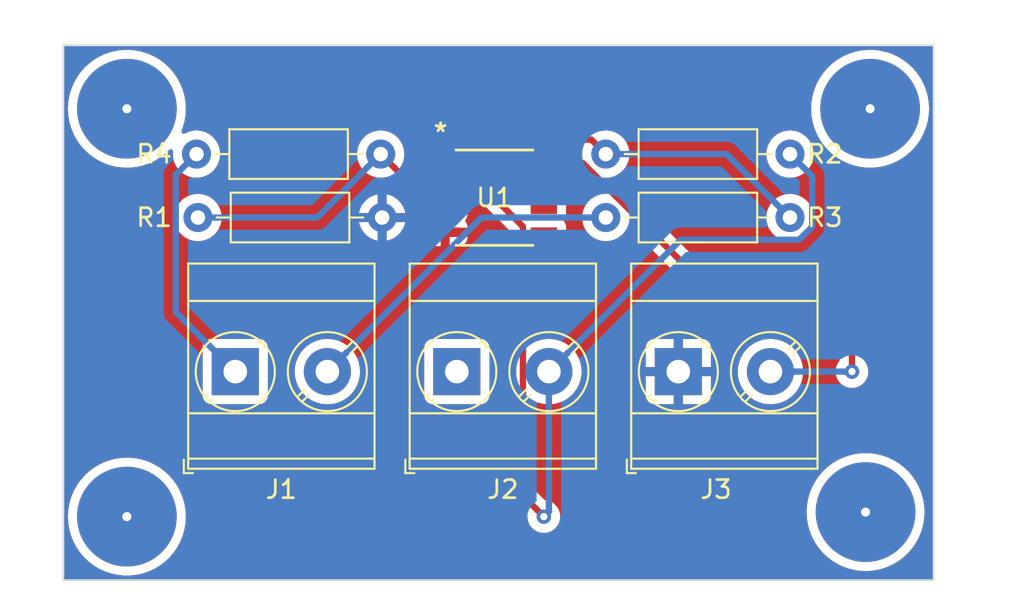
<source format=kicad_pcb>
(kicad_pcb (version 20221018) (generator pcbnew)
  (layers (0 "F.Cu" signal) (31 "B.Cu" signal) (34 "B.Paste" user) (35 "F.Paste" user) (36 "B.SilkS" user "B.Silkscreen") (37 "F.SilkS" user "F.Silkscreen") (38 "B.Mask" user) (39 "F.Mask" user) (44 "Edge.Cuts" user))
  (net 0 "")
  (net 1 "Net-(J1-Pin_1)")
  (net 2 "Net-(J1-Pin_2)")
  (net 4 "Net-(J2-Pin_2)")
  (net 5 "GND")
  (net 6 "Net-(J3-Pin_2)")
  (net 7 "Net-(U1-IN1+)")
  (net 8 "Net-(U1-IN1-)")
  (footprint "TSV782IDT:SO8_4X5X1P27_STM" (layer "F.Cu") (at 141.778652 86.405)
    (fp_text reference "U1" (at 0 0 unlocked) (layer "F.SilkS"))
    (fp_text value "TSV782IDT")
    (fp_text user "*" (at -2.97535 -3.5806) (layer "F.SilkS"))
    (fp_text user "*" (at -2.97535 -3.5806 unlocked) (layer "F.SilkS"))
    (fp_line (start -2.1209 2.6289) (end 2.1209 2.6289) (stroke (width 0.1524)) (layer "F.SilkS"))
    (fp_line (start 2.1209 -2.6289) (end -2.1209 -2.6289) (stroke (width 0.1524)) (layer "F.SilkS"))
    (pad "1" smd rect (at -2.721348 -1.905) (size 1.454899 0.5326) (layers "F.Cu" "F.Paste" "F.Mask") (net 4 "Net-(J2-Pin_2)"))
    (pad "2" smd rect (at -2.721348 -0.635) (size 1.454899 0.5326) (layers "F.Cu" "F.Paste" "F.Mask") (net 8 "Net-(U1-IN1-)"))
    (pad "3" smd rect (at -2.721348 0.635) (size 1.454899 0.5326) (layers "F.Cu" "F.Paste" "F.Mask") (net 7 "Net-(U1-IN1+)"))
    (pad "4" smd rect (at -2.721348 1.905) (size 1.454899 0.5326) (layers "F.Cu" "F.Paste" "F.Mask") (net 5 "GND"))
    (pad "5" smd rect (at 2.721348 1.905) (size 1.454899 0.5326) (layers "F.Cu" "F.Paste" "F.Mask"))
    (pad "6" smd rect (at 2.721348 0.635) (size 1.454899 0.5326) (layers "F.Cu" "F.Paste" "F.Mask"))
    (pad "7" smd rect (at 2.721348 -0.635) (size 1.454899 0.5326) (layers "F.Cu" "F.Paste" "F.Mask"))
    (pad "8" smd rect (at 2.721348 -1.905) (size 1.454899 0.5326) (layers "F.Cu" "F.Paste" "F.Mask") (net 6 "Net-(J3-Pin_2)"))
  )
  (footprint "TerminalBlock_Phoenix:TerminalBlock_Phoenix_MKDS-3-2-5.08_1x02_P5.08mm_Horizontal" (layer "F.Cu") (at 139.7 96)
    (fp_text reference "J2" (at 2.54 6.5) (layer "F.SilkS"))
    (fp_text value "Screw_Terminal_01x02")
    (fp_line (start -2.84 4.86) (end -2.84 5.6) (stroke (width 0.12)) (layer "F.SilkS"))
    (fp_line (start -2.84 5.6) (end -2.34 5.6) (stroke (width 0.12)) (layer "F.SilkS"))
    (fp_line (start -2.6 -5.96) (end -2.6 5.36) (stroke (width 0.12)) (layer "F.SilkS"))
    (fp_line (start -2.6 -5.96) (end 7.68 -5.96) (stroke (width 0.12)) (layer "F.SilkS"))
    (fp_line (start -2.6 -3.9) (end 7.68 -3.9) (stroke (width 0.12)) (layer "F.SilkS"))
    (fp_line (start -2.6 2.3) (end 7.68 2.3) (stroke (width 0.12)) (layer "F.SilkS"))
    (fp_line (start -2.6 4.8) (end 7.68 4.8) (stroke (width 0.12)) (layer "F.SilkS"))
    (fp_line (start -2.6 5.36) (end 7.68 5.36) (stroke (width 0.12)) (layer "F.SilkS"))
    (fp_line (start -1.548 1.281) (end -1.654 1.388) (stroke (width 0.12)) (layer "F.SilkS"))
    (fp_line (start -1.282 1.547) (end -1.388 1.654) (stroke (width 0.12)) (layer "F.SilkS"))
    (fp_line (start 1.388 -1.654) (end 1.281 -1.547) (stroke (width 0.12)) (layer "F.SilkS"))
    (fp_line (start 1.654 -1.388) (end 1.547 -1.281) (stroke (width 0.12)) (layer "F.SilkS"))
    (fp_line (start 3.822 0.992) (end 3.427 1.388) (stroke (width 0.12)) (layer "F.SilkS"))
    (fp_line (start 4.073 1.274) (end 3.693 1.654) (stroke (width 0.12)) (layer "F.SilkS"))
    (fp_line (start 6.468 -1.654) (end 6.088 -1.274) (stroke (width 0.12)) (layer "F.SilkS"))
    (fp_line (start 6.734 -1.388) (end 6.339 -0.992) (stroke (width 0.12)) (layer "F.SilkS"))
    (fp_line (start 7.68 -5.96) (end 7.68 5.36) (stroke (width 0.12)) (layer "F.SilkS"))
    (fp_circle (center 0 0) (end 2.18 0) (stroke (width 0.12)) (fill none) (layer "F.SilkS"))
    (fp_circle (center 5.08 0) (end 7.26 0) (stroke (width 0.12)) (fill none) (layer "F.SilkS"))
    (pad "1" thru_hole rect (at 0 0) (size 2.6 2.6) (drill 1.3) (layers "*.Cu" "*.Mask"))
    (pad "2" thru_hole circle (at 5.08 0) (size 2.6 2.6) (drill 1.3) (layers "*.Cu" "*.Mask") (net 4 "Net-(J2-Pin_2)"))
  )
  (footprint "Resistor_THT:R_Axial_DIN0207_L6.3mm_D2.5mm_P10.16mm_Horizontal" (layer "F.Cu") (at 135.5 84 180)
    (fp_text reference "R4" (at 12.5 0) (layer "F.SilkS"))
    (fp_text value "100")
    (fp_line (start 1.04 0) (end 1.81 0) (stroke (width 0.12)) (layer "F.SilkS"))
    (fp_line (start 1.81 -1.37) (end 1.81 1.37) (stroke (width 0.12)) (layer "F.SilkS"))
    (fp_line (start 1.81 1.37) (end 8.35 1.37) (stroke (width 0.12)) (layer "F.SilkS"))
    (fp_line (start 8.35 -1.37) (end 1.81 -1.37) (stroke (width 0.12)) (layer "F.SilkS"))
    (fp_line (start 8.35 1.37) (end 8.35 -1.37) (stroke (width 0.12)) (layer "F.SilkS"))
    (fp_line (start 9.12 0) (end 8.35 0) (stroke (width 0.12)) (layer "F.SilkS"))
    (pad "1" thru_hole circle (at 0 0 180) (size 1.6 1.6) (drill 0.8) (layers "*.Cu" "*.Mask") (net 7 "Net-(U1-IN1+)"))
    (pad "2" thru_hole oval (at 10.16 0 180) (size 1.6 1.6) (drill 0.8) (layers "*.Cu" "*.Mask") (net 1 "Net-(J1-Pin_1)"))
  )
  (footprint "TerminalBlock_Phoenix:TerminalBlock_Phoenix_MKDS-3-2-5.08_1x02_P5.08mm_Horizontal" (layer "F.Cu") (at 127.48 96)
    (fp_text reference "J1" (at 2.54 6.5) (layer "F.SilkS"))
    (fp_text value "Screw_Terminal_01x02")
    (fp_line (start -2.84 4.86) (end -2.84 5.6) (stroke (width 0.12)) (layer "F.SilkS"))
    (fp_line (start -2.84 5.6) (end -2.34 5.6) (stroke (width 0.12)) (layer "F.SilkS"))
    (fp_line (start -2.6 -5.96) (end -2.6 5.36) (stroke (width 0.12)) (layer "F.SilkS"))
    (fp_line (start -2.6 -5.96) (end 7.68 -5.96) (stroke (width 0.12)) (layer "F.SilkS"))
    (fp_line (start -2.6 -3.9) (end 7.68 -3.9) (stroke (width 0.12)) (layer "F.SilkS"))
    (fp_line (start -2.6 2.3) (end 7.68 2.3) (stroke (width 0.12)) (layer "F.SilkS"))
    (fp_line (start -2.6 4.8) (end 7.68 4.8) (stroke (width 0.12)) (layer "F.SilkS"))
    (fp_line (start -2.6 5.36) (end 7.68 5.36) (stroke (width 0.12)) (layer "F.SilkS"))
    (fp_line (start -1.548 1.281) (end -1.654 1.388) (stroke (width 0.12)) (layer "F.SilkS"))
    (fp_line (start -1.282 1.547) (end -1.388 1.654) (stroke (width 0.12)) (layer "F.SilkS"))
    (fp_line (start 1.388 -1.654) (end 1.281 -1.547) (stroke (width 0.12)) (layer "F.SilkS"))
    (fp_line (start 1.654 -1.388) (end 1.547 -1.281) (stroke (width 0.12)) (layer "F.SilkS"))
    (fp_line (start 3.822 0.992) (end 3.427 1.388) (stroke (width 0.12)) (layer "F.SilkS"))
    (fp_line (start 4.073 1.274) (end 3.693 1.654) (stroke (width 0.12)) (layer "F.SilkS"))
    (fp_line (start 6.468 -1.654) (end 6.088 -1.274) (stroke (width 0.12)) (layer "F.SilkS"))
    (fp_line (start 6.734 -1.388) (end 6.339 -0.992) (stroke (width 0.12)) (layer "F.SilkS"))
    (fp_line (start 7.68 -5.96) (end 7.68 5.36) (stroke (width 0.12)) (layer "F.SilkS"))
    (fp_circle (center 0 0) (end 2.18 0) (stroke (width 0.12)) (fill none) (layer "F.SilkS"))
    (fp_circle (center 5.08 0) (end 7.26 0) (stroke (width 0.12)) (fill none) (layer "F.SilkS"))
    (pad "1" thru_hole rect (at 0 0) (size 2.6 2.6) (drill 1.3) (layers "*.Cu" "*.Mask") (net 1 "Net-(J1-Pin_1)"))
    (pad "2" thru_hole circle (at 5.08 0) (size 2.6 2.6) (drill 1.3) (layers "*.Cu" "*.Mask") (net 2 "Net-(J1-Pin_2)"))
  )
  (footprint "Resistor_THT:R_Axial_DIN0207_L6.3mm_D2.5mm_P10.16mm_Horizontal" (layer "F.Cu") (at 147.92 87.5)
    (fp_text reference "R3" (at 12.08 0) (layer "F.SilkS"))
    (fp_text value "100")
    (fp_line (start 1.04 0) (end 1.81 0) (stroke (width 0.12)) (layer "F.SilkS"))
    (fp_line (start 1.81 -1.37) (end 1.81 1.37) (stroke (width 0.12)) (layer "F.SilkS"))
    (fp_line (start 1.81 1.37) (end 8.35 1.37) (stroke (width 0.12)) (layer "F.SilkS"))
    (fp_line (start 8.35 -1.37) (end 1.81 -1.37) (stroke (width 0.12)) (layer "F.SilkS"))
    (fp_line (start 8.35 1.37) (end 8.35 -1.37) (stroke (width 0.12)) (layer "F.SilkS"))
    (fp_line (start 9.12 0) (end 8.35 0) (stroke (width 0.12)) (layer "F.SilkS"))
    (pad "1" thru_hole circle (at 0 0) (size 1.6 1.6) (drill 0.8) (layers "*.Cu" "*.Mask") (net 2 "Net-(J1-Pin_2)"))
    (pad "2" thru_hole oval (at 10.16 0) (size 1.6 1.6) (drill 0.8) (layers "*.Cu" "*.Mask") (net 8 "Net-(U1-IN1-)"))
  )
  (footprint "TerminalBlock_Phoenix:TerminalBlock_Phoenix_MKDS-3-2-5.08_1x02_P5.08mm_Horizontal" (layer "F.Cu") (at 151.92 96)
    (fp_text reference "J3" (at 2.08 6.5) (layer "F.SilkS"))
    (fp_text value "Screw_Terminal_01x02")
    (fp_line (start -2.84 4.86) (end -2.84 5.6) (stroke (width 0.12)) (layer "F.SilkS"))
    (fp_line (start -2.84 5.6) (end -2.34 5.6) (stroke (width 0.12)) (layer "F.SilkS"))
    (fp_line (start -2.6 -5.96) (end -2.6 5.36) (stroke (width 0.12)) (layer "F.SilkS"))
    (fp_line (start -2.6 -5.96) (end 7.68 -5.96) (stroke (width 0.12)) (layer "F.SilkS"))
    (fp_line (start -2.6 -3.9) (end 7.68 -3.9) (stroke (width 0.12)) (layer "F.SilkS"))
    (fp_line (start -2.6 2.3) (end 7.68 2.3) (stroke (width 0.12)) (layer "F.SilkS"))
    (fp_line (start -2.6 4.8) (end 7.68 4.8) (stroke (width 0.12)) (layer "F.SilkS"))
    (fp_line (start -2.6 5.36) (end 7.68 5.36) (stroke (width 0.12)) (layer "F.SilkS"))
    (fp_line (start -1.548 1.281) (end -1.654 1.388) (stroke (width 0.12)) (layer "F.SilkS"))
    (fp_line (start -1.282 1.547) (end -1.388 1.654) (stroke (width 0.12)) (layer "F.SilkS"))
    (fp_line (start 1.388 -1.654) (end 1.281 -1.547) (stroke (width 0.12)) (layer "F.SilkS"))
    (fp_line (start 1.654 -1.388) (end 1.547 -1.281) (stroke (width 0.12)) (layer "F.SilkS"))
    (fp_line (start 3.822 0.992) (end 3.427 1.388) (stroke (width 0.12)) (layer "F.SilkS"))
    (fp_line (start 4.073 1.274) (end 3.693 1.654) (stroke (width 0.12)) (layer "F.SilkS"))
    (fp_line (start 6.468 -1.654) (end 6.088 -1.274) (stroke (width 0.12)) (layer "F.SilkS"))
    (fp_line (start 6.734 -1.388) (end 6.339 -0.992) (stroke (width 0.12)) (layer "F.SilkS"))
    (fp_line (start 7.68 -5.96) (end 7.68 5.36) (stroke (width 0.12)) (layer "F.SilkS"))
    (fp_circle (center 0 0) (end 2.18 0) (stroke (width 0.12)) (fill none) (layer "F.SilkS"))
    (fp_circle (center 5.08 0) (end 7.26 0) (stroke (width 0.12)) (fill none) (layer "F.SilkS"))
    (pad "1" thru_hole rect (at 0 0) (size 2.6 2.6) (drill 1.3) (layers "*.Cu" "*.Mask") (net 5 "GND"))
    (pad "2" thru_hole circle (at 5.08 0) (size 2.6 2.6) (drill 1.3) (layers "*.Cu" "*.Mask") (net 6 "Net-(J3-Pin_2)"))
  )
  (footprint "Resistor_THT:R_Axial_DIN0207_L6.3mm_D2.5mm_P10.16mm_Horizontal" (layer "F.Cu") (at 125.42 87.5)
    (fp_text reference "R1" (at -2.42 0) (layer "F.SilkS"))
    (fp_text value "10.7K")
    (fp_line (start 1.04 0) (end 1.81 0) (stroke (width 0.12)) (layer "F.SilkS"))
    (fp_line (start 1.81 -1.37) (end 1.81 1.37) (stroke (width 0.12)) (layer "F.SilkS"))
    (fp_line (start 1.81 1.37) (end 8.35 1.37) (stroke (width 0.12)) (layer "F.SilkS"))
    (fp_line (start 8.35 -1.37) (end 1.81 -1.37) (stroke (width 0.12)) (layer "F.SilkS"))
    (fp_line (start 8.35 1.37) (end 8.35 -1.37) (stroke (width 0.12)) (layer "F.SilkS"))
    (fp_line (start 9.12 0) (end 8.35 0) (stroke (width 0.12)) (layer "F.SilkS"))
    (pad "1" thru_hole circle (at 0 0) (size 1.6 1.6) (drill 0.8) (layers "*.Cu" "*.Mask") (net 7 "Net-(U1-IN1+)"))
    (pad "2" thru_hole oval (at 10.16 0) (size 1.6 1.6) (drill 0.8) (layers "*.Cu" "*.Mask") (net 5 "GND"))
  )
  (footprint "Resistor_THT:R_Axial_DIN0207_L6.3mm_D2.5mm_P10.16mm_Horizontal" (layer "F.Cu") (at 147.92 84)
    (fp_text reference "R2" (at 12.08 0) (layer "F.SilkS"))
    (fp_text value "10.7K")
    (fp_line (start 1.04 0) (end 1.81 0) (stroke (width 0.12)) (layer "F.SilkS"))
    (fp_line (start 1.81 -1.37) (end 1.81 1.37) (stroke (width 0.12)) (layer "F.SilkS"))
    (fp_line (start 1.81 1.37) (end 8.35 1.37) (stroke (width 0.12)) (layer "F.SilkS"))
    (fp_line (start 8.35 -1.37) (end 1.81 -1.37) (stroke (width 0.12)) (layer "F.SilkS"))
    (fp_line (start 8.35 1.37) (end 8.35 -1.37) (stroke (width 0.12)) (layer "F.SilkS"))
    (fp_line (start 9.12 0) (end 8.35 0) (stroke (width 0.12)) (layer "F.SilkS"))
    (pad "1" thru_hole circle (at 0 0) (size 1.6 1.6) (drill 0.8) (layers "*.Cu" "*.Mask") (net 8 "Net-(U1-IN1-)"))
    (pad "2" thru_hole oval (at 10.16 0) (size 1.6 1.6) (drill 0.8) (layers "*.Cu" "*.Mask") (net 4 "Net-(J2-Pin_2)"))
  )
  (gr_rect (start 118 78) (end 166 107.5) (stroke (width 0.1)) (fill none) (layer "Edge.Cuts"))
  (via (at 162.5 81.5) (size 5.5) (drill 0.5) (layers "F.Cu" "B.Cu") (net 0))
  (via (at 162.25 103.75) (size 5.5) (drill 0.5) (layers "F.Cu" "B.Cu") (net 0))
  (via (at 121.5 81.5) (size 5.5) (drill 0.5) (layers "F.Cu" "B.Cu") (net 0))
  (via (at 121.5 104) (size 5.5) (drill 0.5) (layers "F.Cu" "B.Cu") (net 0))
  (segment (start 124.195 92.715) (end 124.195 85.145) (width 0.35) (layer "B.Cu") (net 1))
  (segment (start 124.195 85.145) (end 125.34 84) (width 0.35) (layer "B.Cu") (net 1))
  (segment (start 127.48 96) (end 124.195 92.715) (width 0.35) (layer "B.Cu") (net 1))
  (segment (start 141.06 87.5) (end 147.92 87.5) (width 0.35) (layer "B.Cu") (net 2))
  (segment (start 132.56 96) (end 141.06 87.5) (width 0.35) (layer "B.Cu") (net 2))
  (segment (start 139.057304 84.5) (end 139.847551 84.5) (width 0.35) (layer "F.Cu") (net 4))
  (segment (start 139.847551 84.5) (end 143.347551 88) (width 0.35) (layer "F.Cu") (net 4))
  (segment (start 143.347551 88) (end 143.347551 102.847551) (width 0.35) (layer "F.Cu") (net 4))
  (segment (start 143.347551 102.847551) (end 144.5 104) (width 0.35) (layer "F.Cu") (net 4))
  (via (at 144.5 104) (size 0.8) (drill 0.4) (layers "F.Cu" "B.Cu") (net 4))
  (segment (start 159.305 85.225) (end 158.08 84) (width 0.35) (layer "B.Cu") (net 4))
  (segment (start 144.78 103.72) (end 144.75 103.75) (width 0.35) (layer "B.Cu") (net 4))
  (segment (start 144.78 96) (end 144.78 103.72) (width 0.35) (layer "B.Cu") (net 4))
  (segment (start 158.587412 88.725) (end 159.305 88.007412) (width 0.35) (layer "B.Cu") (net 4))
  (segment (start 152.055 88.725) (end 158.587412 88.725) (width 0.35) (layer "B.Cu") (net 4))
  (segment (start 159.305 88.007412) (end 159.305 85.225) (width 0.35) (layer "B.Cu") (net 4))
  (segment (start 144.78 96) (end 152.055 88.725) (width 0.35) (layer "B.Cu") (net 4))
  (segment (start 161.5 94.5) (end 161.5 96) (width 0.35) (layer "F.Cu") (net 6))
  (segment (start 144.5 84.5) (end 146.652412 84.5) (width 0.35) (layer "F.Cu") (net 6))
  (segment (start 146.652412 84.5) (end 155.152412 93) (width 0.35) (layer "F.Cu") (net 6))
  (segment (start 160 93) (end 161.5 94.5) (width 0.35) (layer "F.Cu") (net 6))
  (segment (start 155.152412 93) (end 160 93) (width 0.35) (layer "F.Cu") (net 6))
  (via (at 161.5 96) (size 0.8) (drill 0.4) (layers "F.Cu" "B.Cu") (net 6))
  (segment (start 157 96) (end 161.5 96) (width 0.35) (layer "B.Cu") (net 6))
  (segment (start 138.54 87.04) (end 139.057304 87.04) (width 0.35) (layer "F.Cu") (net 7))
  (segment (start 135.5 84) (end 138.54 87.04) (width 0.35) (layer "F.Cu") (net 7))
  (segment (start 132 87.5) (end 135.5 84) (width 0.35) (layer "B.Cu") (net 7))
  (segment (start 125.42 87.5) (end 132 87.5) (width 0.35) (layer "B.Cu") (net 7))
  (segment (start 147.92 84) (end 147.120001 83.200001) (width 0.35) (layer "F.Cu") (net 8))
  (segment (start 138.4213 85.77) (end 139.057304 85.77) (width 0.35) (layer "F.Cu") (net 8))
  (segment (start 137.904855 85.253555) (end 138.4213 85.77) (width 0.35) (layer "F.Cu") (net 8))
  (segment (start 147.120001 83.200001) (end 138.513554 83.200001) (width 0.35) (layer "F.Cu") (net 8))
  (segment (start 137.904855 83.8087) (end 137.904855 85.253555) (width 0.35) (layer "F.Cu") (net 8))
  (segment (start 138.513554 83.200001) (end 137.904855 83.8087) (width 0.35) (layer "F.Cu") (net 8))
  (segment (start 147.92 84) (end 154.58 84) (width 0.35) (layer "B.Cu") (net 8))
  (segment (start 154.58 84) (end 158.08 87.5) (width 0.35) (layer "B.Cu") (net 8))
  (zone (net 5) (net_name "GND") (layers "F&B.Cu") (connect_pads (clearance 0.5)) (min_thickness 0.25) (fill yes (thermal_gap 0.5) (thermal_bridge_width 0.5))
    (polygon (pts (xy 114.5 76) (xy 115 108.5) (xy 171 108) (xy 170.5 75.5)))
  )
)
</source>
